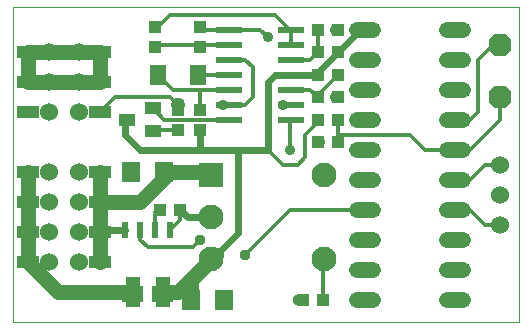
<source format=gtl>
G75*
%MOIN*%
%OFA0B0*%
%FSLAX25Y25*%
%IPPOS*%
%LPD*%
%AMOC8*
5,1,8,0,0,1.08239X$1,22.5*
%
%ADD10C,0.00000*%
%ADD11R,0.06299X0.07087*%
%ADD12R,0.04331X0.03937*%
%ADD13C,0.08268*%
%ADD14R,0.08268X0.08268*%
%ADD15R,0.03937X0.04331*%
%ADD16R,0.08661X0.02362*%
%ADD17R,0.05512X0.07087*%
%ADD18R,0.05512X0.03937*%
%ADD19R,0.07500X0.04000*%
%ADD20C,0.06000*%
%ADD21R,0.02362X0.05512*%
%ADD22R,0.05000X0.10000*%
%ADD23C,0.05200*%
%ADD24C,0.05000*%
%ADD25OC8,0.07600*%
%ADD26C,0.01200*%
%ADD27C,0.03562*%
%ADD28C,0.05000*%
%ADD29C,0.02400*%
%ADD30OC8,0.03562*%
%ADD31R,0.03562X0.03562*%
D10*
X0001500Y0021602D02*
X0001500Y0126562D01*
X0170201Y0126562D01*
X0170201Y0021602D01*
X0001500Y0021602D01*
D11*
X0060988Y0029102D03*
X0072012Y0029102D03*
X0052012Y0071602D03*
X0040988Y0071602D03*
D12*
X0050654Y0059102D03*
X0057346Y0059102D03*
X0056500Y0085755D03*
X0064000Y0085755D03*
X0064000Y0092448D03*
X0056500Y0092448D03*
X0049000Y0113255D03*
X0049000Y0119948D03*
X0064000Y0119948D03*
X0064000Y0113255D03*
X0103154Y0081602D03*
X0109846Y0081602D03*
D13*
X0105240Y0070617D03*
X0067760Y0056602D03*
X0067760Y0042586D03*
X0105240Y0042586D03*
D14*
X0067760Y0070617D03*
D15*
X0103154Y0089102D03*
X0109846Y0089102D03*
X0109846Y0096602D03*
X0103154Y0096602D03*
X0103154Y0104102D03*
X0109846Y0104102D03*
X0109846Y0111602D03*
X0103154Y0111602D03*
X0103154Y0119102D03*
X0109846Y0119102D03*
X0104846Y0029102D03*
X0098154Y0029102D03*
D16*
X0094236Y0089102D03*
X0094236Y0094102D03*
X0094236Y0099102D03*
X0094236Y0104102D03*
X0094236Y0109102D03*
X0094236Y0114102D03*
X0094236Y0119102D03*
X0073764Y0119102D03*
X0073764Y0114102D03*
X0073764Y0109102D03*
X0073764Y0104102D03*
X0073764Y0099102D03*
X0073764Y0094102D03*
X0073764Y0089102D03*
D17*
X0063193Y0104102D03*
X0049807Y0104102D03*
D18*
X0048331Y0092842D03*
X0039669Y0089102D03*
X0048331Y0085361D03*
D19*
X0030500Y0091602D03*
X0030500Y0101602D03*
X0030500Y0111602D03*
X0006500Y0111602D03*
X0006500Y0101602D03*
X0006500Y0091602D03*
X0006500Y0071602D03*
X0006500Y0061602D03*
X0006500Y0051602D03*
X0006500Y0041602D03*
X0030500Y0041602D03*
X0030500Y0051602D03*
X0030500Y0061602D03*
X0030500Y0071602D03*
D20*
X0023500Y0071602D03*
X0013500Y0071602D03*
X0013500Y0061602D03*
X0023500Y0061602D03*
X0023500Y0051602D03*
X0013500Y0051602D03*
X0013500Y0041602D03*
X0023500Y0041602D03*
X0023500Y0091602D03*
X0013500Y0091602D03*
X0013500Y0101602D03*
X0023500Y0101602D03*
X0023500Y0111602D03*
X0013500Y0111602D03*
X0164000Y0074102D03*
X0164000Y0064102D03*
X0164000Y0054102D03*
D21*
X0054000Y0052232D03*
X0049000Y0052232D03*
X0044000Y0052232D03*
X0039000Y0052232D03*
X0039000Y0030972D03*
X0044000Y0030972D03*
X0049000Y0030972D03*
X0054000Y0030972D03*
D22*
X0051500Y0031602D03*
X0041500Y0031602D03*
D23*
X0116400Y0029121D02*
X0121600Y0029121D01*
X0121600Y0039121D02*
X0116400Y0039121D01*
X0116400Y0049121D02*
X0121600Y0049121D01*
X0121600Y0059121D02*
X0116400Y0059121D01*
X0116400Y0069121D02*
X0121600Y0069121D01*
X0121600Y0079121D02*
X0116400Y0079121D01*
X0116400Y0089121D02*
X0121600Y0089121D01*
X0121600Y0099121D02*
X0116400Y0099121D01*
X0116400Y0109121D02*
X0121600Y0109121D01*
X0121600Y0119121D02*
X0116400Y0119121D01*
X0146400Y0119121D02*
X0151600Y0119121D01*
X0151600Y0109121D02*
X0146400Y0109121D01*
X0146400Y0099121D02*
X0151600Y0099121D01*
X0151600Y0089121D02*
X0146400Y0089121D01*
X0146400Y0079121D02*
X0151600Y0079121D01*
X0151600Y0069121D02*
X0146400Y0069121D01*
X0146400Y0059121D02*
X0151600Y0059121D01*
X0151600Y0049121D02*
X0146400Y0049121D01*
X0146400Y0039121D02*
X0151600Y0039121D01*
X0151600Y0029121D02*
X0146400Y0029121D01*
D24*
X0056500Y0094102D03*
D25*
X0164000Y0096602D03*
X0164000Y0114102D03*
D26*
X0161500Y0114102D01*
X0156500Y0109102D01*
X0156500Y0091602D01*
X0154020Y0089121D01*
X0149000Y0089121D01*
X0149000Y0079121D02*
X0138980Y0079121D01*
X0134000Y0084102D01*
X0109846Y0084102D01*
X0109846Y0081602D01*
X0109846Y0084102D02*
X0109846Y0089102D01*
X0103154Y0089102D02*
X0103154Y0088255D01*
X0099000Y0084102D01*
X0099000Y0076602D01*
X0096500Y0074102D01*
X0091500Y0074102D01*
X0086500Y0079102D01*
X0094000Y0079102D02*
X0094000Y0088865D01*
X0094236Y0089102D01*
X0091500Y0089102D01*
X0081500Y0096602D02*
X0079000Y0094102D01*
X0073764Y0094102D01*
X0073764Y0099102D02*
X0064000Y0099102D01*
X0064000Y0092448D01*
X0056500Y0092448D02*
X0056500Y0094102D01*
X0054000Y0096602D01*
X0035500Y0096602D01*
X0030500Y0091602D01*
X0048331Y0092842D02*
X0052071Y0089102D01*
X0073764Y0089102D01*
X0081500Y0096602D02*
X0081500Y0106602D01*
X0079000Y0109102D01*
X0073764Y0109102D01*
X0073764Y0114102D02*
X0067346Y0114102D01*
X0064846Y0119102D02*
X0064000Y0119948D01*
X0064846Y0119102D02*
X0073764Y0119102D01*
X0084000Y0119102D01*
X0086480Y0116582D01*
X0089000Y0124102D02*
X0054000Y0124102D01*
X0049846Y0119948D01*
X0049000Y0119948D01*
X0049846Y0114102D02*
X0049000Y0113255D01*
X0049846Y0114102D02*
X0073764Y0114102D01*
X0073764Y0104102D02*
X0064000Y0104102D01*
X0063193Y0104102D01*
X0064000Y0099102D02*
X0054807Y0099102D01*
X0049807Y0104102D01*
X0048724Y0085755D02*
X0048331Y0085361D01*
X0048724Y0085755D02*
X0056500Y0085755D01*
X0057346Y0059102D02*
X0057346Y0055578D01*
X0054000Y0052232D01*
X0049000Y0052232D02*
X0049000Y0057448D01*
X0050654Y0059102D01*
X0049000Y0058255D01*
X0044000Y0052232D02*
X0044000Y0049102D01*
X0046500Y0046602D01*
X0061500Y0046602D01*
X0064000Y0049102D01*
X0079000Y0044102D02*
X0094000Y0059102D01*
X0093980Y0059102D01*
X0119000Y0059121D01*
X0105240Y0042586D02*
X0104846Y0040480D01*
X0104846Y0029102D01*
X0149000Y0059121D02*
X0153980Y0059121D01*
X0159000Y0054102D01*
X0164000Y0054102D01*
X0154020Y0069121D02*
X0149000Y0069121D01*
X0154020Y0069121D02*
X0159000Y0074102D01*
X0164000Y0074102D01*
X0154020Y0079121D02*
X0164000Y0089102D01*
X0164000Y0096602D01*
X0154020Y0079121D02*
X0149000Y0079121D01*
X0109846Y0104102D02*
X0103154Y0097409D01*
X0103154Y0096602D01*
X0100654Y0099102D01*
X0094236Y0099102D01*
X0094236Y0109102D02*
X0100654Y0109102D01*
X0103154Y0111602D01*
X0103154Y0119102D01*
X0094236Y0119102D02*
X0094236Y0114102D01*
X0094236Y0119102D02*
X0094000Y0119102D01*
X0089000Y0124102D01*
D27*
X0086480Y0116582D03*
X0064000Y0104102D03*
X0056500Y0094102D03*
X0071500Y0094102D03*
X0091480Y0094082D03*
X0104000Y0081602D03*
X0094000Y0079102D03*
X0109000Y0096602D03*
X0109000Y0119102D03*
D28*
X0066776Y0071602D02*
X0054000Y0071602D01*
X0044000Y0061602D01*
X0030500Y0061602D01*
X0030500Y0071602D01*
X0030500Y0061602D02*
X0030500Y0051602D01*
X0030500Y0041602D01*
X0041500Y0031602D02*
X0016500Y0031602D01*
X0006500Y0041602D01*
X0006500Y0071602D01*
X0006500Y0101602D02*
X0030500Y0101602D01*
X0030500Y0111602D01*
X0006500Y0111602D01*
X0006500Y0101602D01*
X0052012Y0071602D02*
X0054000Y0071602D01*
X0066776Y0071602D02*
X0067760Y0070617D01*
X0069138Y0043964D02*
X0056776Y0031602D01*
X0051500Y0031602D01*
X0060988Y0029102D02*
X0060988Y0035814D01*
X0067760Y0042586D01*
D29*
X0069138Y0043964D01*
X0076500Y0051326D01*
X0076500Y0079102D01*
X0086500Y0079102D01*
X0086500Y0101602D01*
X0089000Y0104102D01*
X0094236Y0104102D01*
X0103154Y0104102D01*
X0103154Y0104909D01*
X0109846Y0111602D01*
X0117366Y0119121D01*
X0119000Y0119121D01*
X0076500Y0079102D02*
X0064000Y0079102D01*
X0064000Y0085755D01*
X0064000Y0079102D02*
X0044000Y0079102D01*
X0039000Y0084102D01*
X0039000Y0088432D01*
X0039669Y0089102D01*
X0057346Y0059102D02*
X0059846Y0056602D01*
X0067760Y0056602D01*
X0039000Y0052232D02*
X0030500Y0052232D01*
X0030500Y0051602D01*
D30*
X0041500Y0071602D03*
X0064000Y0049102D03*
X0079000Y0044102D03*
X0096500Y0029102D03*
X0006500Y0091602D03*
X0006500Y0101602D03*
X0006500Y0111602D03*
X0031500Y0111602D03*
X0031500Y0101602D03*
D31*
X0071500Y0029102D03*
M02*

</source>
